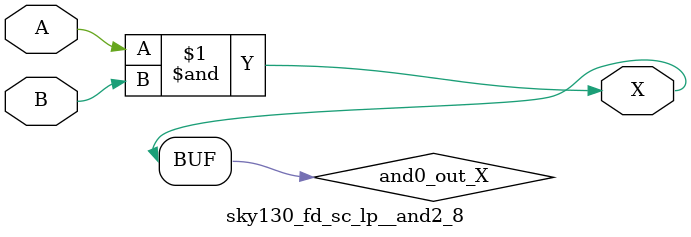
<source format=v>
module sky130_fd_sc_lp__and2_8 (
    X,
    A,
    B
);
    output X;
    input  A;
    input  B;
    wire and0_out_X;
    and and0 (and0_out_X, A, B           );
    buf buf0 (X         , and0_out_X     );
endmodule
</source>
